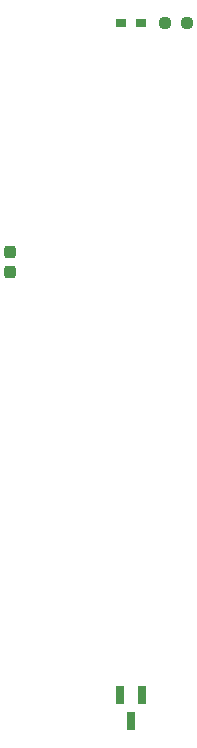
<source format=gbr>
G04 #@! TF.GenerationSoftware,KiCad,Pcbnew,8.0.4+dfsg-1*
G04 #@! TF.CreationDate,2024-12-10T16:40:34+09:00*
G04 #@! TF.ProjectId,bionic-mc6802,62696f6e-6963-42d6-9d63-363830322e6b,5*
G04 #@! TF.SameCoordinates,Original*
G04 #@! TF.FileFunction,Paste,Top*
G04 #@! TF.FilePolarity,Positive*
%FSLAX46Y46*%
G04 Gerber Fmt 4.6, Leading zero omitted, Abs format (unit mm)*
G04 Created by KiCad (PCBNEW 8.0.4+dfsg-1) date 2024-12-10 16:40:34*
%MOMM*%
%LPD*%
G01*
G04 APERTURE LIST*
G04 Aperture macros list*
%AMRoundRect*
0 Rectangle with rounded corners*
0 $1 Rounding radius*
0 $2 $3 $4 $5 $6 $7 $8 $9 X,Y pos of 4 corners*
0 Add a 4 corners polygon primitive as box body*
4,1,4,$2,$3,$4,$5,$6,$7,$8,$9,$2,$3,0*
0 Add four circle primitives for the rounded corners*
1,1,$1+$1,$2,$3*
1,1,$1+$1,$4,$5*
1,1,$1+$1,$6,$7*
1,1,$1+$1,$8,$9*
0 Add four rect primitives between the rounded corners*
20,1,$1+$1,$2,$3,$4,$5,0*
20,1,$1+$1,$4,$5,$6,$7,0*
20,1,$1+$1,$6,$7,$8,$9,0*
20,1,$1+$1,$8,$9,$2,$3,0*%
G04 Aperture macros list end*
%ADD10RoundRect,0.237500X0.237500X-0.300000X0.237500X0.300000X-0.237500X0.300000X-0.237500X-0.300000X0*%
%ADD11R,0.660400X1.625600*%
%ADD12RoundRect,0.237500X-0.250000X-0.237500X0.250000X-0.237500X0.250000X0.237500X-0.250000X0.237500X0*%
%ADD13R,0.965200X0.762000*%
G04 APERTURE END LIST*
D10*
X103489200Y-92860000D03*
X103489200Y-91135000D03*
D11*
X114650001Y-128674000D03*
X112749999Y-128674000D03*
X113700000Y-130806000D03*
D12*
X116597500Y-71778000D03*
X118422500Y-71778000D03*
D13*
X114576300Y-71778000D03*
X112823700Y-71778000D03*
M02*

</source>
